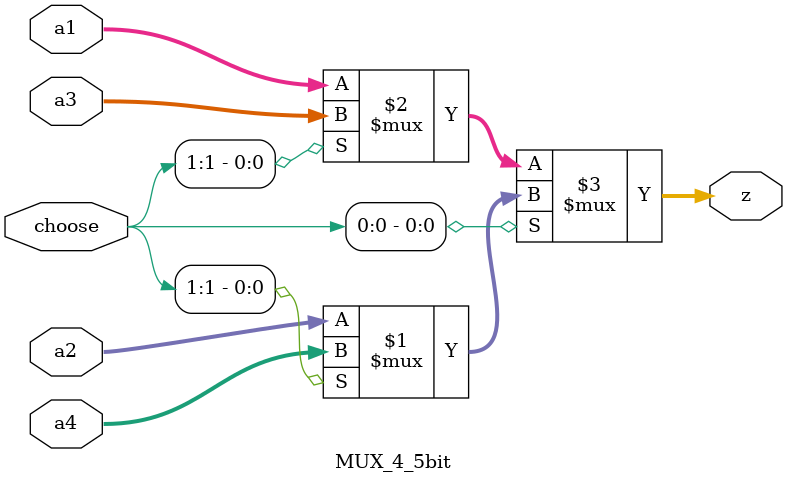
<source format=v>
`timescale 1ns / 1ps

module MUX_4_5bit(
    input [4:0]a1,
    input [4:0]a2,
    input [4:0]a3,
    input [4:0]a4,
    input [1:0]choose,
    output [4:0]z
    );

    assign z=(choose[0])?(choose[1]?a4:a2):(choose[1]?a3:a1);

    /*always @ (*)begin
        case(choose)
            2'b00:z<=a1;
            2'b01:z<=a2;
            2'b10:z<=a3;
            2'b11:z<=a4;
        endcase
    end*/
endmodule


</source>
